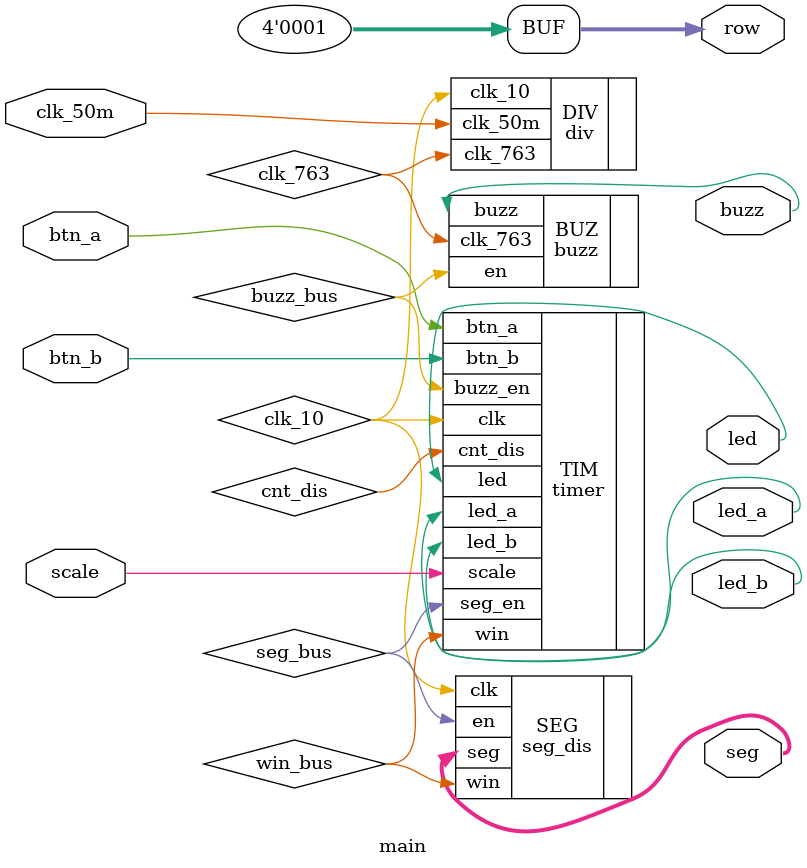
<source format=v>
`timescale 1ns / 1ps

module main(
    input btn_a,
    input btn_b,
    input scale,
    input clk_50m,
    output led,
    output led_a,
    output led_b,
    output [7:0] seg,
    output [3:0] row,
    output buzz
    //output [8:0] cnt_dis
    );

    wire buzz_bus;
    wire seg_bus;
    wire win_bus;
    wire clk_10;
    wire clk_763;

    div DIV(
        .clk_50m(clk_50m),
        .clk_10(clk_10),
        .clk_763(clk_763)
    );

    timer TIM(
        .btn_a(btn_a),
        .btn_b(btn_b),
        .scale(scale),
        .clk(clk_10),
        .cnt_dis(cnt_dis),
        .buzz_en(buzz_bus),
        .led(led),
        .led_a(led_a),
        .led_b(led_b),
        .seg_en(seg_bus),
        .win(win_bus)
    );

    seg_dis SEG(
        .en(seg_bus),
        .win(win_bus),
        .clk(clk_10),
        .seg(seg)
    );

    buzz BUZ(
        .en(buzz_bus),
        .clk_763(clk_763),
        .buzz(buzz)
    );

    assign row[3:0]=0001;

endmodule

</source>
